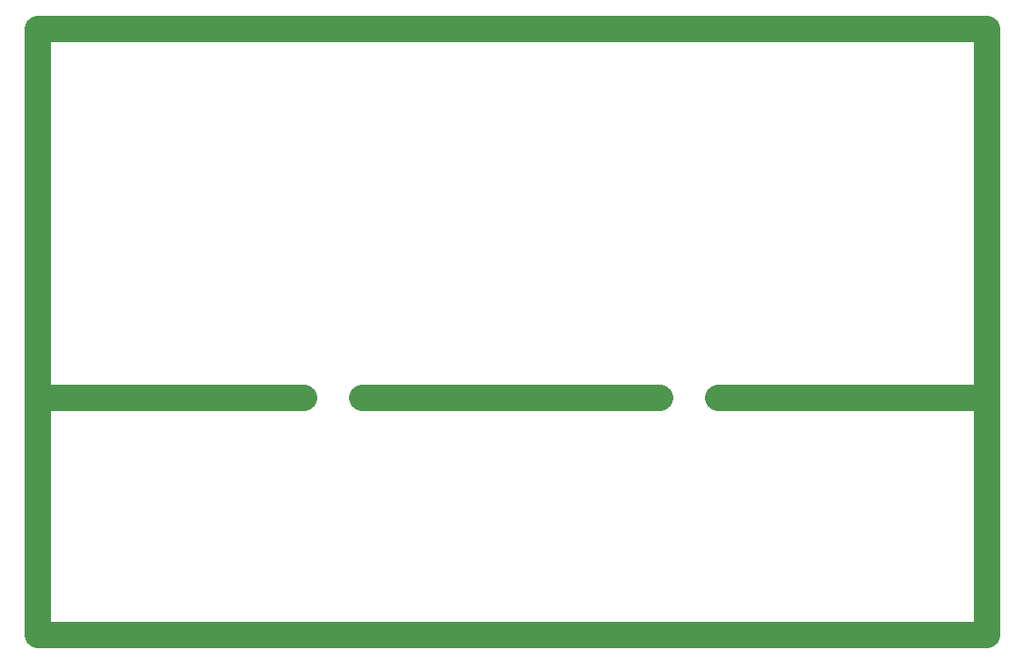
<source format=gm1>
G04 #@! TF.FileFunction,Profile,NP*
%FSLAX46Y46*%
G04 Gerber Fmt 4.6, Leading zero omitted, Abs format (unit mm)*
G04 Created by KiCad (PCBNEW no-vcs-found-product) date Fri 24 Jul 2015 18:45:45 CEST*
%MOMM*%
G01*
G04 APERTURE LIST*
%ADD10C,0.100000*%
%ADD11C,2.540000*%
G04 APERTURE END LIST*
D10*
D11*
X207010000Y-41910000D02*
X207010000Y-100330000D01*
X115570000Y-41910000D02*
X115570000Y-100330000D01*
X115570000Y-77470000D02*
X141224000Y-77470000D01*
X207010000Y-77470000D02*
X181102000Y-77470000D01*
X146812000Y-77470000D02*
X175514000Y-77470000D01*
X207010000Y-100330000D02*
X115570000Y-100330000D01*
X115570000Y-41910000D02*
X207010000Y-41910000D01*
M02*

</source>
